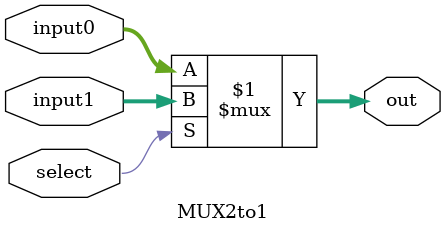
<source format=v>
module MUX2to1 (
    input [31:0] input0,   
    input [31:0] input1,   
    input select,          
    output [31:0] out      
);

    assign out = (select) ? input1 : input0;  

endmodule
</source>
